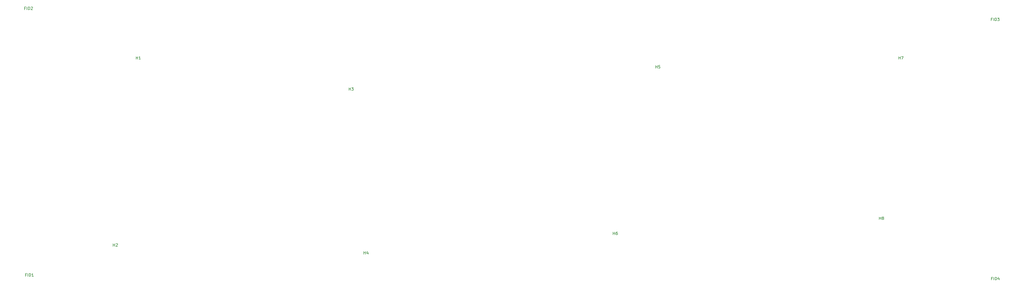
<source format=gbr>
%TF.GenerationSoftware,KiCad,Pcbnew,(6.0.9)*%
%TF.CreationDate,2023-01-04T06:44:43+09:00*%
%TF.ProjectId,Skeleton68rev2,536b656c-6574-46f6-9e36-38726576322e,rev?*%
%TF.SameCoordinates,Original*%
%TF.FileFunction,Legend,Top*%
%TF.FilePolarity,Positive*%
%FSLAX46Y46*%
G04 Gerber Fmt 4.6, Leading zero omitted, Abs format (unit mm)*
G04 Created by KiCad (PCBNEW (6.0.9)) date 2023-01-04 06:44:43*
%MOMM*%
%LPD*%
G01*
G04 APERTURE LIST*
%ADD10C,0.150000*%
%ADD11C,4.400000*%
%ADD12C,0.700000*%
%ADD13C,2.000000*%
%ADD14C,3.000000*%
%ADD15C,3.987800*%
%ADD16C,1.701800*%
%ADD17C,3.048000*%
%ADD18C,0.650000*%
%ADD19O,1.000000X2.100000*%
%ADD20O,1.000000X1.600000*%
G04 APERTURE END LIST*
D10*
%TO.C,H6*%
X224553695Y-104887480D02*
X224553695Y-103887480D01*
X224553695Y-104363671D02*
X225125123Y-104363671D01*
X225125123Y-104887480D02*
X225125123Y-103887480D01*
X226029885Y-103887480D02*
X225839409Y-103887480D01*
X225744171Y-103935100D01*
X225696552Y-103982719D01*
X225601314Y-104125576D01*
X225553695Y-104316052D01*
X225553695Y-104697004D01*
X225601314Y-104792242D01*
X225648933Y-104839861D01*
X225744171Y-104887480D01*
X225934647Y-104887480D01*
X226029885Y-104839861D01*
X226077504Y-104792242D01*
X226125123Y-104697004D01*
X226125123Y-104458909D01*
X226077504Y-104363671D01*
X226029885Y-104316052D01*
X225934647Y-104268433D01*
X225744171Y-104268433D01*
X225648933Y-104316052D01*
X225601314Y-104363671D01*
X225553695Y-104458909D01*
%TO.C,H4*%
X135927295Y-111818780D02*
X135927295Y-110818780D01*
X135927295Y-111294971D02*
X136498723Y-111294971D01*
X136498723Y-111818780D02*
X136498723Y-110818780D01*
X137403485Y-111152114D02*
X137403485Y-111818780D01*
X137165390Y-110771161D02*
X136927295Y-111485447D01*
X137546342Y-111485447D01*
%TO.C,H1*%
X54922295Y-42379380D02*
X54922295Y-41379380D01*
X54922295Y-41855571D02*
X55493723Y-41855571D01*
X55493723Y-42379380D02*
X55493723Y-41379380D01*
X56493723Y-42379380D02*
X55922295Y-42379380D01*
X56208009Y-42379380D02*
X56208009Y-41379380D01*
X56112771Y-41522238D01*
X56017533Y-41617476D01*
X55922295Y-41665095D01*
%TO.C,H7*%
X326138995Y-42379380D02*
X326138995Y-41379380D01*
X326138995Y-41855571D02*
X326710423Y-41855571D01*
X326710423Y-42379380D02*
X326710423Y-41379380D01*
X327091376Y-41379380D02*
X327758042Y-41379380D01*
X327329471Y-42379380D01*
%TO.C,FID3*%
X359358571Y-28138571D02*
X359025238Y-28138571D01*
X359025238Y-28662380D02*
X359025238Y-27662380D01*
X359501428Y-27662380D01*
X359882380Y-28662380D02*
X359882380Y-27662380D01*
X360358571Y-28662380D02*
X360358571Y-27662380D01*
X360596666Y-27662380D01*
X360739523Y-27710000D01*
X360834761Y-27805238D01*
X360882380Y-27900476D01*
X360930000Y-28090952D01*
X360930000Y-28233809D01*
X360882380Y-28424285D01*
X360834761Y-28519523D01*
X360739523Y-28614761D01*
X360596666Y-28662380D01*
X360358571Y-28662380D01*
X361263333Y-27662380D02*
X361882380Y-27662380D01*
X361549047Y-28043333D01*
X361691904Y-28043333D01*
X361787142Y-28090952D01*
X361834761Y-28138571D01*
X361882380Y-28233809D01*
X361882380Y-28471904D01*
X361834761Y-28567142D01*
X361787142Y-28614761D01*
X361691904Y-28662380D01*
X361406190Y-28662380D01*
X361310952Y-28614761D01*
X361263333Y-28567142D01*
%TO.C,FID2*%
X15598571Y-24188571D02*
X15265238Y-24188571D01*
X15265238Y-24712380D02*
X15265238Y-23712380D01*
X15741428Y-23712380D01*
X16122380Y-24712380D02*
X16122380Y-23712380D01*
X16598571Y-24712380D02*
X16598571Y-23712380D01*
X16836666Y-23712380D01*
X16979523Y-23760000D01*
X17074761Y-23855238D01*
X17122380Y-23950476D01*
X17170000Y-24140952D01*
X17170000Y-24283809D01*
X17122380Y-24474285D01*
X17074761Y-24569523D01*
X16979523Y-24664761D01*
X16836666Y-24712380D01*
X16598571Y-24712380D01*
X17550952Y-23807619D02*
X17598571Y-23760000D01*
X17693809Y-23712380D01*
X17931904Y-23712380D01*
X18027142Y-23760000D01*
X18074761Y-23807619D01*
X18122380Y-23902857D01*
X18122380Y-23998095D01*
X18074761Y-24140952D01*
X17503333Y-24712380D01*
X18122380Y-24712380D01*
%TO.C,H3*%
X130598095Y-53472380D02*
X130598095Y-52472380D01*
X130598095Y-52948571D02*
X131169523Y-52948571D01*
X131169523Y-53472380D02*
X131169523Y-52472380D01*
X131550476Y-52472380D02*
X132169523Y-52472380D01*
X131836190Y-52853333D01*
X131979047Y-52853333D01*
X132074285Y-52900952D01*
X132121904Y-52948571D01*
X132169523Y-53043809D01*
X132169523Y-53281904D01*
X132121904Y-53377142D01*
X132074285Y-53424761D01*
X131979047Y-53472380D01*
X131693333Y-53472380D01*
X131598095Y-53424761D01*
X131550476Y-53377142D01*
%TO.C,FID1*%
X15908571Y-119208571D02*
X15575238Y-119208571D01*
X15575238Y-119732380D02*
X15575238Y-118732380D01*
X16051428Y-118732380D01*
X16432380Y-119732380D02*
X16432380Y-118732380D01*
X16908571Y-119732380D02*
X16908571Y-118732380D01*
X17146666Y-118732380D01*
X17289523Y-118780000D01*
X17384761Y-118875238D01*
X17432380Y-118970476D01*
X17480000Y-119160952D01*
X17480000Y-119303809D01*
X17432380Y-119494285D01*
X17384761Y-119589523D01*
X17289523Y-119684761D01*
X17146666Y-119732380D01*
X16908571Y-119732380D01*
X18432380Y-119732380D02*
X17860952Y-119732380D01*
X18146666Y-119732380D02*
X18146666Y-118732380D01*
X18051428Y-118875238D01*
X17956190Y-118970476D01*
X17860952Y-119018095D01*
%TO.C,H5*%
X239678095Y-45582380D02*
X239678095Y-44582380D01*
X239678095Y-45058571D02*
X240249523Y-45058571D01*
X240249523Y-45582380D02*
X240249523Y-44582380D01*
X241201904Y-44582380D02*
X240725714Y-44582380D01*
X240678095Y-45058571D01*
X240725714Y-45010952D01*
X240820952Y-44963333D01*
X241059047Y-44963333D01*
X241154285Y-45010952D01*
X241201904Y-45058571D01*
X241249523Y-45153809D01*
X241249523Y-45391904D01*
X241201904Y-45487142D01*
X241154285Y-45534761D01*
X241059047Y-45582380D01*
X240820952Y-45582380D01*
X240725714Y-45534761D01*
X240678095Y-45487142D01*
%TO.C,FID4*%
X359408571Y-120498571D02*
X359075238Y-120498571D01*
X359075238Y-121022380D02*
X359075238Y-120022380D01*
X359551428Y-120022380D01*
X359932380Y-121022380D02*
X359932380Y-120022380D01*
X360408571Y-121022380D02*
X360408571Y-120022380D01*
X360646666Y-120022380D01*
X360789523Y-120070000D01*
X360884761Y-120165238D01*
X360932380Y-120260476D01*
X360980000Y-120450952D01*
X360980000Y-120593809D01*
X360932380Y-120784285D01*
X360884761Y-120879523D01*
X360789523Y-120974761D01*
X360646666Y-121022380D01*
X360408571Y-121022380D01*
X361837142Y-120355714D02*
X361837142Y-121022380D01*
X361599047Y-119974761D02*
X361360952Y-120689047D01*
X361980000Y-120689047D01*
%TO.C,H8*%
X319196795Y-99529380D02*
X319196795Y-98529380D01*
X319196795Y-99005571D02*
X319768223Y-99005571D01*
X319768223Y-99529380D02*
X319768223Y-98529380D01*
X320387271Y-98957952D02*
X320292033Y-98910333D01*
X320244414Y-98862714D01*
X320196795Y-98767476D01*
X320196795Y-98719857D01*
X320244414Y-98624619D01*
X320292033Y-98577000D01*
X320387271Y-98529380D01*
X320577747Y-98529380D01*
X320672985Y-98577000D01*
X320720604Y-98624619D01*
X320768223Y-98719857D01*
X320768223Y-98767476D01*
X320720604Y-98862714D01*
X320672985Y-98910333D01*
X320577747Y-98957952D01*
X320387271Y-98957952D01*
X320292033Y-99005571D01*
X320244414Y-99053190D01*
X320196795Y-99148428D01*
X320196795Y-99338904D01*
X320244414Y-99434142D01*
X320292033Y-99481761D01*
X320387271Y-99529380D01*
X320577747Y-99529380D01*
X320672985Y-99481761D01*
X320720604Y-99434142D01*
X320768223Y-99338904D01*
X320768223Y-99148428D01*
X320720604Y-99053190D01*
X320672985Y-99005571D01*
X320577747Y-98957952D01*
%TO.C,H2*%
X46775195Y-109054380D02*
X46775195Y-108054380D01*
X46775195Y-108530571D02*
X47346623Y-108530571D01*
X47346623Y-109054380D02*
X47346623Y-108054380D01*
X47775195Y-108149619D02*
X47822814Y-108102000D01*
X47918052Y-108054380D01*
X48156147Y-108054380D01*
X48251385Y-108102000D01*
X48299004Y-108149619D01*
X48346623Y-108244857D01*
X48346623Y-108340095D01*
X48299004Y-108482952D01*
X47727576Y-109054380D01*
X48346623Y-109054380D01*
%TD*%
%LPC*%
D11*
%TO.C,H6*%
X225315600Y-107635100D03*
D12*
X226965600Y-107635100D03*
X225315600Y-109285100D03*
X226482326Y-106468374D03*
X225315600Y-105985100D03*
X226482326Y-108801826D03*
X223665600Y-107635100D03*
X224148874Y-106468374D03*
X224148874Y-108801826D03*
%TD*%
%TO.C,H4*%
X136689200Y-112916400D03*
X135522474Y-113399674D03*
X138339200Y-114566400D03*
X136689200Y-116216400D03*
X137855926Y-113399674D03*
X135522474Y-115733126D03*
D11*
X136689200Y-114566400D03*
D12*
X135039200Y-114566400D03*
X137855926Y-115733126D03*
%TD*%
%TO.C,H1*%
X55684200Y-43477000D03*
X57334200Y-45127000D03*
X56850926Y-46293726D03*
X54517474Y-46293726D03*
X54517474Y-43960274D03*
D11*
X55684200Y-45127000D03*
D12*
X54034200Y-45127000D03*
X55684200Y-46777000D03*
X56850926Y-43960274D03*
%TD*%
%TO.C,H7*%
X325250900Y-45127000D03*
X326900900Y-43477000D03*
X328550900Y-45127000D03*
D11*
X326900900Y-45127000D03*
D12*
X328067626Y-46293726D03*
X326900900Y-46777000D03*
X325734174Y-46293726D03*
X325734174Y-43960274D03*
X328067626Y-43960274D03*
%TD*%
D13*
%TO.C,FID3*%
X359570000Y-30870000D03*
%TD*%
%TO.C,FID2*%
X17330000Y-26810000D03*
%TD*%
D12*
%TO.C,H3*%
X132946100Y-55694700D03*
X135762826Y-54527974D03*
X133429374Y-54527974D03*
X135762826Y-56861426D03*
X133429374Y-56861426D03*
X134596100Y-54044700D03*
X136246100Y-55694700D03*
X134596100Y-57344700D03*
D11*
X134596100Y-55694700D03*
%TD*%
D13*
%TO.C,FID1*%
X17540000Y-121740000D03*
%TD*%
D12*
%TO.C,H5*%
X245776800Y-45209900D03*
X242476800Y-45209900D03*
X242960074Y-46376626D03*
D11*
X244126800Y-45209900D03*
D12*
X244126800Y-43559900D03*
X245293526Y-46376626D03*
X244126800Y-46859900D03*
X245293526Y-44043174D03*
X242960074Y-44043174D03*
%TD*%
D13*
%TO.C,FID4*%
X359570000Y-123160000D03*
%TD*%
D12*
%TO.C,H8*%
X318791974Y-101110274D03*
X319958700Y-100627000D03*
X321125426Y-101110274D03*
X318791974Y-103443726D03*
X318308700Y-102277000D03*
D11*
X319958700Y-102277000D03*
D12*
X319958700Y-103927000D03*
X321608700Y-102277000D03*
X321125426Y-103443726D03*
%TD*%
%TO.C,H2*%
X48703826Y-110635274D03*
X46370374Y-110635274D03*
X49187100Y-111802000D03*
X45887100Y-111802000D03*
X47537100Y-110152000D03*
D11*
X47537100Y-111802000D03*
D12*
X46370374Y-112968726D03*
X47537100Y-113452000D03*
X48703826Y-112968726D03*
%TD*%
D14*
%TO.C,SW35*%
X120797953Y-79378462D03*
D15*
X123996600Y-82655100D03*
D16*
X119027610Y-81598909D03*
X128965590Y-83711291D03*
D14*
X127537286Y-78214206D03*
%TD*%
D15*
%TO.C,SW41*%
X263488900Y-73702000D03*
D16*
X268568900Y-73702000D03*
D14*
X259678900Y-71162000D03*
D16*
X258408900Y-73702000D03*
D14*
X266028900Y-68622000D03*
%TD*%
D15*
%TO.C,SW55*%
X258046200Y-92752000D03*
D14*
X260586200Y-87672000D03*
D16*
X263126200Y-92752000D03*
X252966200Y-92752000D03*
D14*
X254236200Y-90212000D03*
%TD*%
%TO.C,SW24*%
X219584904Y-54970714D03*
D16*
X213187610Y-61523991D03*
X223125590Y-59411609D03*
D15*
X218156600Y-60467800D03*
D14*
X213901762Y-58775449D03*
%TD*%
D16*
%TO.C,SW8*%
X188471490Y-47302009D03*
X178533510Y-49414391D03*
D14*
X179247662Y-46665849D03*
X184930804Y-42861114D03*
D15*
X183502500Y-48358200D03*
%TD*%
D16*
%TO.C,SW53*%
X213707810Y-100364591D03*
X223645790Y-98252209D03*
D15*
X218676800Y-99308400D03*
D14*
X214421962Y-97616049D03*
X220105104Y-93811314D03*
%TD*%
D16*
%TO.C,SW68*%
X353613700Y-111802000D03*
X343453700Y-111802000D03*
D15*
X348533700Y-111802000D03*
D14*
X344723700Y-109262000D03*
X351073700Y-106722000D03*
%TD*%
%TO.C,SW15*%
X347065000Y-28295000D03*
D15*
X344525000Y-33375000D03*
D14*
X340715000Y-30835000D03*
D16*
X339445000Y-33375000D03*
X349605000Y-33375000D03*
%TD*%
D15*
%TO.C,SW63*%
X211635415Y-111841342D03*
D17*
X191449737Y-131712411D03*
D16*
X196705610Y-123454191D03*
X206643590Y-121341809D03*
D17*
X214803989Y-126748311D03*
D14*
X197419762Y-120705649D03*
X203102904Y-116900914D03*
D15*
X201674600Y-122398000D03*
X188281163Y-116805441D03*
%TD*%
D16*
%TO.C,SW44*%
X353605000Y-71475000D03*
X343445000Y-71475000D03*
D14*
X351065000Y-66395000D03*
D15*
X348525000Y-71475000D03*
D14*
X344715000Y-68935000D03*
%TD*%
%TO.C,SW60*%
X64364600Y-106722000D03*
X58014600Y-109262000D03*
D16*
X66904600Y-111802000D03*
D15*
X61824600Y-111802000D03*
D16*
X56744600Y-111802000D03*
%TD*%
D14*
%TO.C,SW48*%
X114259686Y-94867506D03*
D15*
X110719000Y-99308400D03*
D16*
X105750010Y-98252209D03*
X115687990Y-100364591D03*
D14*
X107520353Y-96031762D03*
%TD*%
D16*
%TO.C,SW56*%
X282176200Y-92752000D03*
D14*
X273286200Y-90212000D03*
D16*
X272016200Y-92752000D03*
D15*
X277096200Y-92752000D03*
D14*
X279636200Y-87672000D03*
%TD*%
D16*
%TO.C,SW32*%
X70986900Y-73702000D03*
X60826900Y-73702000D03*
D14*
X68446900Y-68622000D03*
D15*
X65906900Y-73702000D03*
D14*
X62096900Y-71162000D03*
%TD*%
D16*
%TO.C,SW65*%
X281541200Y-111802000D03*
D14*
X282811200Y-109262000D03*
D15*
X286621200Y-111802000D03*
D14*
X289161200Y-106722000D03*
D16*
X291701200Y-111802000D03*
%TD*%
D14*
%TO.C,SW6*%
X140117086Y-41936906D03*
X133377753Y-43101162D03*
D16*
X131607410Y-45321609D03*
D15*
X136576400Y-46377800D03*
D16*
X141545390Y-47433991D03*
%TD*%
%TO.C,SW38*%
X200430310Y-83711291D03*
D14*
X206827604Y-77158014D03*
X201144462Y-80962749D03*
D16*
X210368290Y-81598909D03*
D15*
X205399300Y-82655100D03*
%TD*%
D14*
%TO.C,SW27*%
X279115900Y-49572000D03*
D15*
X276575900Y-54652000D03*
D16*
X281655900Y-54652000D03*
D14*
X272765900Y-52112000D03*
D16*
X271495900Y-54652000D03*
%TD*%
D15*
%TO.C,SW43*%
X313495100Y-73702000D03*
D17*
X325433100Y-66717000D03*
D14*
X309685100Y-71162000D03*
D16*
X308415100Y-73702000D03*
D17*
X301557100Y-66717000D03*
D15*
X325433100Y-81957000D03*
D16*
X318575100Y-73702000D03*
D15*
X301557100Y-81957000D03*
D14*
X316035100Y-68622000D03*
%TD*%
D16*
%TO.C,SW1*%
X45887700Y-35602000D03*
D14*
X43347700Y-30522000D03*
D15*
X40807700Y-35602000D03*
D14*
X36997700Y-33062000D03*
D16*
X35727700Y-35602000D03*
%TD*%
D14*
%TO.C,SW34*%
X102164153Y-75417762D03*
D16*
X100393810Y-77638209D03*
X110331790Y-79750591D03*
D14*
X108903486Y-74253506D03*
D15*
X105362800Y-78694400D03*
%TD*%
D14*
%TO.C,SW7*%
X158750786Y-45897706D03*
D16*
X160179090Y-51394791D03*
D15*
X155210100Y-50338600D03*
D16*
X150241110Y-49282409D03*
D14*
X152011453Y-47061962D03*
%TD*%
%TO.C,SW25*%
X238218604Y-51010014D03*
D15*
X236790300Y-56507100D03*
D16*
X241759290Y-55450909D03*
D14*
X232535462Y-54814749D03*
D16*
X231821310Y-57563291D03*
%TD*%
%TO.C,SW67*%
X324403700Y-111802000D03*
D14*
X325673700Y-109262000D03*
D15*
X329483700Y-111802000D03*
D16*
X334563700Y-111802000D03*
D14*
X332023700Y-106722000D03*
%TD*%
%TO.C,SW14*%
X304040900Y-33062000D03*
D17*
X319788900Y-28617000D03*
D15*
X319788900Y-43857000D03*
X295912900Y-43857000D03*
D16*
X302770900Y-35602000D03*
D14*
X310390900Y-30522000D03*
D16*
X312930900Y-35602000D03*
D17*
X295912900Y-28617000D03*
D15*
X307850900Y-35602000D03*
%TD*%
%TO.C,SW18*%
X86031400Y-55109800D03*
D14*
X82832753Y-51833162D03*
D16*
X91000390Y-56165991D03*
D14*
X89572086Y-50668906D03*
D16*
X81062410Y-54053609D03*
%TD*%
D14*
%TO.C,SW10*%
X216515162Y-38744449D03*
X222198304Y-34939714D03*
D16*
X215801010Y-41492991D03*
D15*
X220770000Y-40436800D03*
D16*
X225738990Y-39380609D03*
%TD*%
%TO.C,SW16*%
X46476700Y-54652000D03*
D14*
X37586700Y-52112000D03*
D15*
X41396700Y-54652000D03*
D16*
X36316700Y-54652000D03*
D14*
X43936700Y-49572000D03*
%TD*%
D16*
%TO.C,SW11*%
X234434710Y-37532191D03*
D14*
X235148862Y-34783649D03*
X240832004Y-30978914D03*
D15*
X239403700Y-36476000D03*
D16*
X244372690Y-35419809D03*
%TD*%
%TO.C,SW51*%
X186378390Y-106173709D03*
D14*
X177154562Y-105537549D03*
D15*
X181409400Y-107229900D03*
D14*
X182837704Y-101732814D03*
D16*
X176440410Y-108286091D03*
%TD*%
%TO.C,SW4*%
X104277990Y-39512591D03*
D14*
X96110353Y-35179762D03*
X102849686Y-34015506D03*
D15*
X99309000Y-38456400D03*
D16*
X94340010Y-37400209D03*
%TD*%
D14*
%TO.C,SW22*%
X176634262Y-66696949D03*
D15*
X180889100Y-68389300D03*
D16*
X185858090Y-67333109D03*
D14*
X182317404Y-62892214D03*
D16*
X175920110Y-69445491D03*
%TD*%
D14*
%TO.C,SW54*%
X238738804Y-89850614D03*
X233055662Y-93655349D03*
D16*
X242279490Y-94291509D03*
X232341510Y-96403891D03*
D15*
X237310500Y-95347700D03*
%TD*%
D14*
%TO.C,SW12*%
X262765900Y-29781400D03*
X256415900Y-32321400D03*
D15*
X260225900Y-34861400D03*
D16*
X255145900Y-34861400D03*
X265305900Y-34861400D03*
%TD*%
D14*
%TO.C,SW26*%
X253715900Y-51371400D03*
D16*
X262605900Y-53911400D03*
D14*
X260065900Y-48831400D03*
D15*
X257525900Y-53911400D03*
D16*
X252445900Y-53911400D03*
%TD*%
D14*
%TO.C,SW31*%
X42253200Y-68622000D03*
D16*
X44793200Y-73702000D03*
D14*
X35903200Y-71162000D03*
D16*
X34633200Y-73702000D03*
D15*
X39713200Y-73702000D03*
%TD*%
D16*
%TO.C,SW21*%
X146901590Y-68048091D03*
D15*
X141932600Y-66991900D03*
D14*
X145473286Y-62551006D03*
X138733953Y-63715262D03*
D16*
X136963610Y-65935709D03*
%TD*%
D15*
%TO.C,SW28*%
X295625900Y-54652000D03*
D16*
X290545900Y-54652000D03*
D14*
X298165900Y-49572000D03*
X291815900Y-52112000D03*
D16*
X300705900Y-54652000D03*
%TD*%
%TO.C,SW36*%
X137661310Y-85559609D03*
D15*
X142630300Y-86615800D03*
D14*
X146170986Y-82174906D03*
X139431653Y-83339162D03*
D16*
X147599290Y-87671991D03*
%TD*%
D14*
%TO.C,SW29*%
X315628400Y-52112000D03*
X321978400Y-49572000D03*
D16*
X324518400Y-54652000D03*
X314358400Y-54652000D03*
D15*
X319438400Y-54652000D03*
%TD*%
D16*
%TO.C,SW37*%
X181796510Y-87671991D03*
X191734490Y-85559609D03*
D14*
X182510662Y-84923449D03*
D15*
X186765500Y-86615800D03*
D14*
X188193804Y-81118714D03*
%TD*%
D15*
%TO.C,SW17*%
X65209200Y-54652000D03*
D16*
X60129200Y-54652000D03*
D14*
X61399200Y-52112000D03*
X67749200Y-49572000D03*
D16*
X70289200Y-54652000D03*
%TD*%
D15*
%TO.C,SW62*%
X144025700Y-125863600D03*
D14*
X147566386Y-121422706D03*
X140827053Y-122586962D03*
D16*
X148994690Y-126919791D03*
X139056710Y-124807409D03*
%TD*%
D15*
%TO.C,SW46*%
X71349600Y-92752000D03*
D16*
X76429600Y-92752000D03*
D14*
X73889600Y-87672000D03*
X67539600Y-90212000D03*
D16*
X66269600Y-92752000D03*
%TD*%
%TO.C,SW33*%
X91698090Y-75789791D03*
X81760110Y-73677409D03*
D14*
X83530453Y-71456962D03*
D15*
X86729100Y-74733600D03*
D14*
X90269786Y-70292706D03*
%TD*%
D16*
%TO.C,SW57*%
X298210000Y-92752000D03*
D15*
X303290000Y-92752000D03*
D14*
X305830000Y-87672000D03*
X299480000Y-90212000D03*
D16*
X308370000Y-92752000D03*
%TD*%
D15*
%TO.C,SW45*%
X52331400Y-101007000D03*
D14*
X36583400Y-90212000D03*
D17*
X52331400Y-85767000D03*
D16*
X45473400Y-92752000D03*
X35313400Y-92752000D03*
D14*
X42933400Y-87672000D03*
D15*
X28455400Y-101007000D03*
D17*
X28455400Y-85767000D03*
D15*
X40393400Y-92752000D03*
%TD*%
D14*
%TO.C,SW49*%
X126154053Y-99992562D03*
D16*
X124383710Y-102213009D03*
D14*
X132893386Y-98828306D03*
D15*
X129352700Y-103269200D03*
D16*
X134321690Y-104325391D03*
%TD*%
D14*
%TO.C,SW30*%
X342715000Y-49885000D03*
D16*
X341445000Y-52425000D03*
D15*
X346525000Y-52425000D03*
D14*
X349065000Y-47345000D03*
D16*
X351605000Y-52425000D03*
%TD*%
D14*
%TO.C,SW64*%
X237140362Y-112872049D03*
D15*
X241395200Y-114564400D03*
D16*
X236426210Y-115620591D03*
X246364190Y-113508209D03*
D14*
X242823504Y-109067314D03*
%TD*%
D16*
%TO.C,SW66*%
X305353700Y-111802000D03*
D14*
X306623700Y-109262000D03*
D15*
X310433700Y-111802000D03*
D14*
X312973700Y-106722000D03*
D16*
X315513700Y-111802000D03*
%TD*%
%TO.C,SW59*%
X28169600Y-111802000D03*
D15*
X33249600Y-111802000D03*
D14*
X35789600Y-106722000D03*
D16*
X38329600Y-111802000D03*
D14*
X29439600Y-109262000D03*
%TD*%
D16*
%TO.C,SW50*%
X152955390Y-108286091D03*
D14*
X151527086Y-102789006D03*
X144787753Y-103953262D03*
D15*
X147986400Y-107229900D03*
D16*
X143017410Y-106173709D03*
%TD*%
D14*
%TO.C,SW52*%
X201471404Y-97772114D03*
D16*
X195074110Y-104325391D03*
D14*
X195788262Y-101576849D03*
D15*
X200043100Y-103269200D03*
D16*
X205012090Y-102213009D03*
%TD*%
D14*
%TO.C,SW42*%
X278728900Y-71162000D03*
D16*
X277458900Y-73702000D03*
D15*
X282538900Y-73702000D03*
D16*
X287618900Y-73702000D03*
D14*
X285078900Y-68622000D03*
%TD*%
D16*
%TO.C,SW58*%
X334563700Y-92752000D03*
D15*
X329483700Y-92752000D03*
D14*
X325673700Y-90212000D03*
D16*
X324403700Y-92752000D03*
D14*
X332023700Y-87672000D03*
%TD*%
D16*
%TO.C,SW9*%
X207105190Y-43341309D03*
X197167210Y-45453691D03*
D14*
X203564504Y-38900414D03*
D15*
X202136200Y-44397500D03*
D14*
X197881362Y-42705149D03*
%TD*%
D18*
%TO.C,J1*%
X171970000Y-22160000D03*
X166190000Y-22160000D03*
D19*
X173400000Y-22690000D03*
D20*
X164760000Y-18510000D03*
D19*
X164760000Y-22690000D03*
D20*
X173400000Y-18510000D03*
%TD*%
D16*
%TO.C,SW19*%
X109634090Y-60126691D03*
D15*
X104665100Y-59070500D03*
D16*
X99696110Y-58014309D03*
D14*
X101466453Y-55793862D03*
X108205786Y-54629606D03*
%TD*%
D15*
%TO.C,SW13*%
X279275900Y-35602000D03*
D14*
X281815900Y-30522000D03*
D16*
X284355900Y-35602000D03*
X274195900Y-35602000D03*
D14*
X275465900Y-33062000D03*
%TD*%
%TO.C,SW23*%
X195268062Y-62736249D03*
D16*
X204491890Y-63372409D03*
D15*
X199522900Y-64428600D03*
D16*
X194553910Y-65484791D03*
D14*
X200951204Y-58931514D03*
%TD*%
%TO.C,SW47*%
X95625986Y-90906806D03*
X88886653Y-92071062D03*
D16*
X97054290Y-96403891D03*
D15*
X92085300Y-95347700D03*
D16*
X87116310Y-94291509D03*
%TD*%
%TO.C,SW2*%
X64937700Y-35602000D03*
D15*
X59857700Y-35602000D03*
D14*
X62397700Y-30522000D03*
X56047700Y-33062000D03*
D16*
X54777700Y-35602000D03*
%TD*%
D14*
%TO.C,SW40*%
X238411862Y-73041249D03*
D16*
X237697710Y-75789791D03*
D14*
X244095004Y-69236514D03*
D15*
X242666700Y-74733600D03*
D16*
X247635690Y-73677409D03*
%TD*%
%TO.C,SW39*%
X219064010Y-79750591D03*
X229001990Y-77638209D03*
D14*
X219778162Y-77002049D03*
X225461304Y-73197314D03*
D15*
X224033000Y-78694400D03*
%TD*%
D16*
%TO.C,SW3*%
X73827700Y-34287500D03*
X83987700Y-34287500D03*
D14*
X75097700Y-31747500D03*
D15*
X78907700Y-34287500D03*
D14*
X81447700Y-29207500D03*
%TD*%
D16*
%TO.C,SW5*%
X112973710Y-41360909D03*
D14*
X114744053Y-39140462D03*
X121483386Y-37976206D03*
D16*
X122911690Y-43473291D03*
D15*
X117942700Y-42417100D03*
%TD*%
D14*
%TO.C,SW20*%
X120100253Y-59754562D03*
D16*
X118329910Y-61975009D03*
D14*
X126839586Y-58590306D03*
D15*
X123298900Y-63031200D03*
D16*
X128267890Y-64087391D03*
%TD*%
D15*
%TO.C,SW61*%
X113745900Y-119427400D03*
D16*
X108776910Y-118371209D03*
D14*
X110547253Y-116150762D03*
X117286586Y-114986506D03*
D17*
X123970763Y-128741811D03*
D15*
X127139337Y-113834841D03*
X103785085Y-108870742D03*
D16*
X118714890Y-120483591D03*
D17*
X100616511Y-123777711D03*
%TD*%
M02*

</source>
